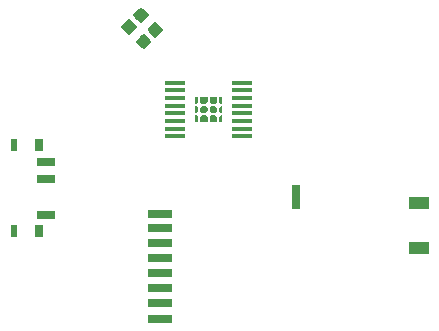
<source format=gbr>
G04 EAGLE Gerber RS-274X export*
G75*
%MOMM*%
%FSLAX34Y34*%
%LPD*%
%INSolderpaste Bottom*%
%IPPOS*%
%AMOC8*
5,1,8,0,0,1.08239X$1,22.5*%
G01*
%ADD10R,2.000000X0.650000*%
%ADD11R,0.650000X2.000000*%
%ADD12R,1.500000X0.700000*%
%ADD13R,0.600000X1.000000*%
%ADD14R,0.800000X1.000000*%
%ADD15C,0.300000*%
%ADD16R,1.700000X1.000000*%
%ADD17R,1.676400X0.355600*%

G36*
X178564Y325487D02*
X178564Y325487D01*
X178567Y325486D01*
X178650Y325523D01*
X180064Y326937D01*
X180066Y326940D01*
X180068Y326941D01*
X180101Y327026D01*
X180101Y331476D01*
X180100Y331478D01*
X180101Y331480D01*
X180081Y331523D01*
X180063Y331566D01*
X180061Y331567D01*
X180060Y331569D01*
X179975Y331602D01*
X174101Y331602D01*
X174099Y331601D01*
X174097Y331602D01*
X174054Y331582D01*
X174010Y331564D01*
X174010Y331562D01*
X174008Y331561D01*
X173975Y331476D01*
X173975Y327026D01*
X173976Y327023D01*
X173975Y327020D01*
X174012Y326937D01*
X175426Y325523D01*
X175429Y325522D01*
X175430Y325519D01*
X175515Y325486D01*
X178561Y325486D01*
X178564Y325487D01*
G37*
G36*
X186438Y325487D02*
X186438Y325487D01*
X186441Y325486D01*
X186524Y325523D01*
X187938Y326937D01*
X187940Y326940D01*
X187942Y326941D01*
X187975Y327026D01*
X187975Y331476D01*
X187974Y331478D01*
X187975Y331480D01*
X187955Y331523D01*
X187937Y331566D01*
X187935Y331567D01*
X187934Y331569D01*
X187849Y331602D01*
X181975Y331602D01*
X181973Y331601D01*
X181971Y331602D01*
X181928Y331582D01*
X181884Y331564D01*
X181884Y331562D01*
X181882Y331561D01*
X181849Y331476D01*
X181849Y327026D01*
X181850Y327023D01*
X181849Y327020D01*
X181886Y326937D01*
X183300Y325523D01*
X183303Y325522D01*
X183304Y325519D01*
X183389Y325486D01*
X186435Y325486D01*
X186438Y325487D01*
G37*
G36*
X179977Y309749D02*
X179977Y309749D01*
X179979Y309748D01*
X180022Y309768D01*
X180066Y309786D01*
X180066Y309789D01*
X180068Y309789D01*
X180101Y309874D01*
X180101Y314324D01*
X180100Y314327D01*
X180101Y314330D01*
X180064Y314413D01*
X178650Y315827D01*
X178647Y315829D01*
X178646Y315831D01*
X178561Y315864D01*
X175515Y315864D01*
X175512Y315863D01*
X175509Y315864D01*
X175426Y315827D01*
X174012Y314413D01*
X174011Y314410D01*
X174008Y314409D01*
X173975Y314324D01*
X173975Y309874D01*
X173976Y309872D01*
X173975Y309870D01*
X173995Y309827D01*
X174013Y309784D01*
X174015Y309783D01*
X174016Y309781D01*
X174101Y309748D01*
X179975Y309748D01*
X179977Y309749D01*
G37*
G36*
X187851Y309749D02*
X187851Y309749D01*
X187853Y309748D01*
X187896Y309768D01*
X187940Y309786D01*
X187940Y309789D01*
X187942Y309789D01*
X187975Y309874D01*
X187975Y314324D01*
X187974Y314327D01*
X187975Y314330D01*
X187938Y314413D01*
X186524Y315827D01*
X186521Y315829D01*
X186520Y315831D01*
X186435Y315864D01*
X183389Y315864D01*
X183386Y315863D01*
X183383Y315864D01*
X183300Y315827D01*
X181886Y314413D01*
X181885Y314410D01*
X181882Y314409D01*
X181849Y314324D01*
X181849Y309874D01*
X181850Y309872D01*
X181849Y309870D01*
X181869Y309827D01*
X181887Y309784D01*
X181889Y309783D01*
X181890Y309781D01*
X181975Y309748D01*
X187849Y309748D01*
X187851Y309749D01*
G37*
G36*
X186438Y317613D02*
X186438Y317613D01*
X186441Y317612D01*
X186524Y317649D01*
X187938Y319063D01*
X187940Y319066D01*
X187942Y319067D01*
X187975Y319152D01*
X187975Y322198D01*
X187974Y322201D01*
X187975Y322204D01*
X187938Y322287D01*
X186524Y323701D01*
X186521Y323703D01*
X186520Y323705D01*
X186435Y323738D01*
X183389Y323738D01*
X183386Y323737D01*
X183383Y323738D01*
X183300Y323701D01*
X181886Y322287D01*
X181885Y322284D01*
X181882Y322283D01*
X181849Y322198D01*
X181849Y319152D01*
X181850Y319149D01*
X181849Y319146D01*
X181886Y319063D01*
X183300Y317649D01*
X183303Y317648D01*
X183304Y317645D01*
X183389Y317612D01*
X186435Y317612D01*
X186438Y317613D01*
G37*
G36*
X178564Y317613D02*
X178564Y317613D01*
X178567Y317612D01*
X178650Y317649D01*
X180064Y319063D01*
X180066Y319066D01*
X180068Y319067D01*
X180101Y319152D01*
X180101Y322198D01*
X180100Y322201D01*
X180101Y322204D01*
X180064Y322287D01*
X178650Y323701D01*
X178647Y323703D01*
X178646Y323705D01*
X178561Y323738D01*
X175515Y323738D01*
X175512Y323737D01*
X175509Y323738D01*
X175426Y323701D01*
X174012Y322287D01*
X174011Y322284D01*
X174008Y322283D01*
X173975Y322198D01*
X173975Y319152D01*
X173976Y319149D01*
X173975Y319146D01*
X174012Y319063D01*
X175426Y317649D01*
X175429Y317648D01*
X175430Y317645D01*
X175515Y317612D01*
X178561Y317612D01*
X178564Y317613D01*
G37*
G36*
X170690Y325487D02*
X170690Y325487D01*
X170693Y325486D01*
X170776Y325523D01*
X172190Y326937D01*
X172192Y326940D01*
X172194Y326941D01*
X172227Y327026D01*
X172227Y331476D01*
X172226Y331478D01*
X172227Y331480D01*
X172207Y331523D01*
X172189Y331566D01*
X172187Y331567D01*
X172186Y331569D01*
X172101Y331602D01*
X169424Y331602D01*
X169422Y331601D01*
X169420Y331602D01*
X169377Y331582D01*
X169334Y331564D01*
X169333Y331562D01*
X169331Y331561D01*
X169298Y331476D01*
X169298Y325612D01*
X169299Y325610D01*
X169298Y325608D01*
X169318Y325565D01*
X169336Y325521D01*
X169339Y325521D01*
X169339Y325519D01*
X169424Y325486D01*
X170687Y325486D01*
X170690Y325487D01*
G37*
G36*
X192528Y325487D02*
X192528Y325487D01*
X192530Y325486D01*
X192573Y325506D01*
X192616Y325524D01*
X192617Y325526D01*
X192619Y325527D01*
X192652Y325612D01*
X192652Y331476D01*
X192651Y331478D01*
X192652Y331480D01*
X192632Y331523D01*
X192614Y331566D01*
X192612Y331567D01*
X192611Y331569D01*
X192526Y331602D01*
X189849Y331602D01*
X189847Y331601D01*
X189845Y331602D01*
X189802Y331582D01*
X189758Y331564D01*
X189758Y331562D01*
X189756Y331561D01*
X189723Y331476D01*
X189723Y327026D01*
X189724Y327023D01*
X189723Y327020D01*
X189760Y326937D01*
X191174Y325523D01*
X191177Y325522D01*
X191178Y325519D01*
X191263Y325486D01*
X192526Y325486D01*
X192528Y325487D01*
G37*
G36*
X172103Y309749D02*
X172103Y309749D01*
X172105Y309748D01*
X172148Y309768D01*
X172192Y309786D01*
X172192Y309789D01*
X172194Y309789D01*
X172227Y309874D01*
X172227Y314324D01*
X172226Y314327D01*
X172227Y314330D01*
X172190Y314413D01*
X170776Y315827D01*
X170773Y315829D01*
X170772Y315831D01*
X170687Y315864D01*
X169424Y315864D01*
X169422Y315863D01*
X169420Y315864D01*
X169377Y315844D01*
X169334Y315826D01*
X169333Y315824D01*
X169331Y315823D01*
X169298Y315738D01*
X169298Y309874D01*
X169299Y309872D01*
X169298Y309870D01*
X169318Y309827D01*
X169336Y309784D01*
X169339Y309783D01*
X169339Y309781D01*
X169424Y309748D01*
X172101Y309748D01*
X172103Y309749D01*
G37*
G36*
X192528Y309749D02*
X192528Y309749D01*
X192530Y309748D01*
X192573Y309768D01*
X192616Y309786D01*
X192617Y309789D01*
X192619Y309789D01*
X192652Y309874D01*
X192652Y315738D01*
X192651Y315740D01*
X192652Y315742D01*
X192632Y315785D01*
X192614Y315829D01*
X192612Y315829D01*
X192611Y315831D01*
X192526Y315864D01*
X191263Y315864D01*
X191260Y315863D01*
X191257Y315864D01*
X191174Y315827D01*
X189760Y314413D01*
X189759Y314410D01*
X189756Y314409D01*
X189723Y314324D01*
X189723Y309874D01*
X189724Y309872D01*
X189723Y309870D01*
X189743Y309827D01*
X189761Y309784D01*
X189763Y309783D01*
X189764Y309781D01*
X189849Y309748D01*
X192526Y309748D01*
X192528Y309749D01*
G37*
G36*
X192528Y317613D02*
X192528Y317613D01*
X192530Y317612D01*
X192573Y317632D01*
X192616Y317650D01*
X192617Y317652D01*
X192619Y317653D01*
X192652Y317738D01*
X192652Y323612D01*
X192651Y323614D01*
X192652Y323616D01*
X192632Y323659D01*
X192614Y323703D01*
X192612Y323703D01*
X192611Y323705D01*
X192526Y323738D01*
X191263Y323738D01*
X191260Y323737D01*
X191257Y323738D01*
X191174Y323701D01*
X189760Y322287D01*
X189759Y322284D01*
X189756Y322283D01*
X189723Y322198D01*
X189723Y319152D01*
X189724Y319149D01*
X189723Y319146D01*
X189760Y319063D01*
X191174Y317649D01*
X191177Y317648D01*
X191178Y317645D01*
X191263Y317612D01*
X192526Y317612D01*
X192528Y317613D01*
G37*
G36*
X170690Y317613D02*
X170690Y317613D01*
X170693Y317612D01*
X170776Y317649D01*
X172190Y319063D01*
X172192Y319066D01*
X172194Y319067D01*
X172227Y319152D01*
X172227Y322198D01*
X172226Y322201D01*
X172227Y322204D01*
X172190Y322287D01*
X170776Y323701D01*
X170773Y323703D01*
X170772Y323705D01*
X170687Y323738D01*
X169424Y323738D01*
X169422Y323737D01*
X169420Y323738D01*
X169377Y323718D01*
X169334Y323700D01*
X169333Y323698D01*
X169331Y323697D01*
X169298Y323612D01*
X169298Y317738D01*
X169299Y317736D01*
X169298Y317734D01*
X169318Y317691D01*
X169336Y317647D01*
X169339Y317647D01*
X169339Y317645D01*
X169424Y317612D01*
X170687Y317612D01*
X170690Y317613D01*
G37*
D10*
X139700Y143000D03*
X139700Y156500D03*
X139700Y169500D03*
X139700Y182000D03*
X139700Y194500D03*
X139700Y207500D03*
X139700Y220000D03*
X139700Y232500D03*
D11*
X254600Y246600D03*
D12*
X43751Y276500D03*
X43751Y261500D03*
X43751Y231500D03*
D13*
X16251Y290500D03*
D14*
X37251Y290500D03*
D13*
X16251Y217500D03*
D14*
X37251Y217500D03*
D15*
X118648Y400311D02*
X123597Y405260D01*
X128546Y400311D01*
X123597Y395362D01*
X118648Y400311D01*
X120747Y398212D02*
X126447Y398212D01*
X127795Y401062D02*
X119399Y401062D01*
X122249Y403912D02*
X124945Y403912D01*
X136000Y392857D02*
X131051Y387908D01*
X136000Y392857D02*
X140949Y387908D01*
X136000Y382959D01*
X131051Y387908D01*
X133150Y385809D02*
X138850Y385809D01*
X140198Y388659D02*
X131802Y388659D01*
X134652Y391509D02*
X137348Y391509D01*
X130862Y378109D02*
X125913Y373160D01*
X120964Y378109D01*
X125913Y383058D01*
X130862Y378109D01*
X128763Y376010D02*
X123063Y376010D01*
X121715Y378860D02*
X130111Y378860D01*
X127261Y381710D02*
X124565Y381710D01*
X118459Y390512D02*
X113510Y385563D01*
X108561Y390512D01*
X113510Y395461D01*
X118459Y390512D01*
X116360Y388413D02*
X110660Y388413D01*
X109312Y391263D02*
X117708Y391263D01*
X114858Y394113D02*
X112162Y394113D01*
D16*
X358775Y241250D03*
X358775Y203250D03*
D17*
X209169Y343425D03*
X209169Y336925D03*
X209169Y330425D03*
X209169Y323925D03*
X209169Y317425D03*
X209169Y310925D03*
X209169Y304425D03*
X209169Y297925D03*
X152781Y297925D03*
X152781Y304425D03*
X152781Y310925D03*
X152781Y317425D03*
X152781Y323925D03*
X152781Y330425D03*
X152781Y336925D03*
X152781Y343425D03*
M02*

</source>
